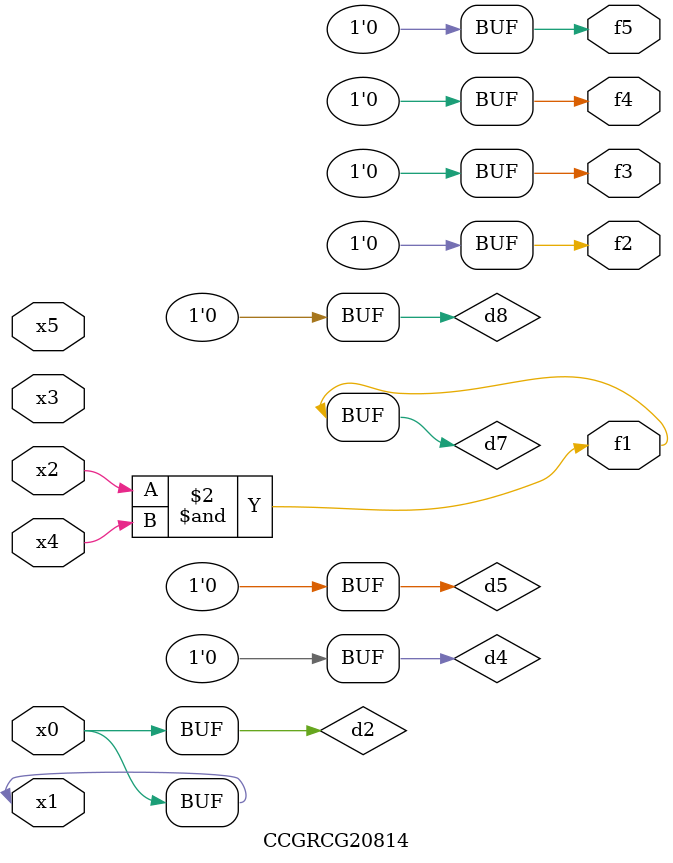
<source format=v>
module CCGRCG20814(
	input x0, x1, x2, x3, x4, x5,
	output f1, f2, f3, f4, f5
);

	wire d1, d2, d3, d4, d5, d6, d7, d8, d9;

	nand (d1, x1);
	buf (d2, x0, x1);
	nand (d3, x2, x4);
	and (d4, d1, d2);
	and (d5, d1, d2);
	nand (d6, d1, d3);
	not (d7, d3);
	xor (d8, d5);
	nor (d9, d5, d6);
	assign f1 = d7;
	assign f2 = d8;
	assign f3 = d8;
	assign f4 = d8;
	assign f5 = d8;
endmodule

</source>
